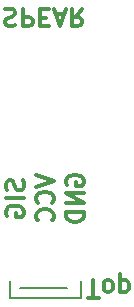
<source format=gbr>
G04 #@! TF.FileFunction,Legend,Bot*
%FSLAX46Y46*%
G04 Gerber Fmt 4.6, Leading zero omitted, Abs format (unit mm)*
G04 Created by KiCad (PCBNEW 4.0.7) date 07/03/18 20:11:16*
%MOMM*%
%LPD*%
G01*
G04 APERTURE LIST*
%ADD10C,0.100000*%
%ADD11C,0.300000*%
%ADD12C,0.200000*%
G04 APERTURE END LIST*
D10*
D11*
X131550000Y-89992857D02*
X131764286Y-89921429D01*
X132121429Y-89921429D01*
X132264286Y-89992857D01*
X132335715Y-90064286D01*
X132407143Y-90207143D01*
X132407143Y-90350000D01*
X132335715Y-90492857D01*
X132264286Y-90564286D01*
X132121429Y-90635714D01*
X131835715Y-90707143D01*
X131692857Y-90778571D01*
X131621429Y-90850000D01*
X131550000Y-90992857D01*
X131550000Y-91135714D01*
X131621429Y-91278571D01*
X131692857Y-91350000D01*
X131835715Y-91421429D01*
X132192857Y-91421429D01*
X132407143Y-91350000D01*
X133050000Y-89921429D02*
X133050000Y-91421429D01*
X133621428Y-91421429D01*
X133764286Y-91350000D01*
X133835714Y-91278571D01*
X133907143Y-91135714D01*
X133907143Y-90921429D01*
X133835714Y-90778571D01*
X133764286Y-90707143D01*
X133621428Y-90635714D01*
X133050000Y-90635714D01*
X134550000Y-90707143D02*
X135050000Y-90707143D01*
X135264286Y-89921429D02*
X134550000Y-89921429D01*
X134550000Y-91421429D01*
X135264286Y-91421429D01*
X135835714Y-90350000D02*
X136550000Y-90350000D01*
X135692857Y-89921429D02*
X136192857Y-91421429D01*
X136692857Y-89921429D01*
X138050000Y-89921429D02*
X137550000Y-90635714D01*
X137192857Y-89921429D02*
X137192857Y-91421429D01*
X137764285Y-91421429D01*
X137907143Y-91350000D01*
X137978571Y-91278571D01*
X138050000Y-91135714D01*
X138050000Y-90921429D01*
X137978571Y-90778571D01*
X137907143Y-90707143D01*
X137764285Y-90635714D01*
X137192857Y-90635714D01*
X138614286Y-114421429D02*
X139471429Y-114421429D01*
X139042858Y-112921429D02*
X139042858Y-114421429D01*
X140185715Y-112921429D02*
X140042857Y-112992857D01*
X139971429Y-113064286D01*
X139900000Y-113207143D01*
X139900000Y-113635714D01*
X139971429Y-113778571D01*
X140042857Y-113850000D01*
X140185715Y-113921429D01*
X140400000Y-113921429D01*
X140542857Y-113850000D01*
X140614286Y-113778571D01*
X140685715Y-113635714D01*
X140685715Y-113207143D01*
X140614286Y-113064286D01*
X140542857Y-112992857D01*
X140400000Y-112921429D01*
X140185715Y-112921429D01*
X141328572Y-113921429D02*
X141328572Y-112421429D01*
X141328572Y-113850000D02*
X141471429Y-113921429D01*
X141757143Y-113921429D01*
X141900000Y-113850000D01*
X141971429Y-113778571D01*
X142042858Y-113635714D01*
X142042858Y-113207143D01*
X141971429Y-113064286D01*
X141900000Y-112992857D01*
X141757143Y-112921429D01*
X141471429Y-112921429D01*
X141328572Y-112992857D01*
D12*
X132800000Y-113600000D02*
X136800000Y-113600000D01*
X132000000Y-113600000D02*
X132000000Y-113000000D01*
X138000000Y-114400000D02*
X138000000Y-113000000D01*
X132000000Y-114400000D02*
X138000000Y-114400000D01*
X132000000Y-113600000D02*
X132000000Y-114400000D01*
D11*
X133057143Y-104464286D02*
X133128571Y-104678572D01*
X133128571Y-105035715D01*
X133057143Y-105178572D01*
X132985714Y-105250001D01*
X132842857Y-105321429D01*
X132700000Y-105321429D01*
X132557143Y-105250001D01*
X132485714Y-105178572D01*
X132414286Y-105035715D01*
X132342857Y-104750001D01*
X132271429Y-104607143D01*
X132200000Y-104535715D01*
X132057143Y-104464286D01*
X131914286Y-104464286D01*
X131771429Y-104535715D01*
X131700000Y-104607143D01*
X131628571Y-104750001D01*
X131628571Y-105107143D01*
X131700000Y-105321429D01*
X133128571Y-105964286D02*
X131628571Y-105964286D01*
X131700000Y-107464286D02*
X131628571Y-107321429D01*
X131628571Y-107107143D01*
X131700000Y-106892858D01*
X131842857Y-106750000D01*
X131985714Y-106678572D01*
X132271429Y-106607143D01*
X132485714Y-106607143D01*
X132771429Y-106678572D01*
X132914286Y-106750000D01*
X133057143Y-106892858D01*
X133128571Y-107107143D01*
X133128571Y-107250000D01*
X133057143Y-107464286D01*
X132985714Y-107535715D01*
X132485714Y-107535715D01*
X132485714Y-107250000D01*
X134178571Y-104000000D02*
X135678571Y-104500000D01*
X134178571Y-105000000D01*
X135535714Y-106357143D02*
X135607143Y-106285714D01*
X135678571Y-106071428D01*
X135678571Y-105928571D01*
X135607143Y-105714286D01*
X135464286Y-105571428D01*
X135321429Y-105500000D01*
X135035714Y-105428571D01*
X134821429Y-105428571D01*
X134535714Y-105500000D01*
X134392857Y-105571428D01*
X134250000Y-105714286D01*
X134178571Y-105928571D01*
X134178571Y-106071428D01*
X134250000Y-106285714D01*
X134321429Y-106357143D01*
X135535714Y-107857143D02*
X135607143Y-107785714D01*
X135678571Y-107571428D01*
X135678571Y-107428571D01*
X135607143Y-107214286D01*
X135464286Y-107071428D01*
X135321429Y-107000000D01*
X135035714Y-106928571D01*
X134821429Y-106928571D01*
X134535714Y-107000000D01*
X134392857Y-107071428D01*
X134250000Y-107214286D01*
X134178571Y-107428571D01*
X134178571Y-107571428D01*
X134250000Y-107785714D01*
X134321429Y-107857143D01*
X136800000Y-104857143D02*
X136728571Y-104714286D01*
X136728571Y-104500000D01*
X136800000Y-104285715D01*
X136942857Y-104142857D01*
X137085714Y-104071429D01*
X137371429Y-104000000D01*
X137585714Y-104000000D01*
X137871429Y-104071429D01*
X138014286Y-104142857D01*
X138157143Y-104285715D01*
X138228571Y-104500000D01*
X138228571Y-104642857D01*
X138157143Y-104857143D01*
X138085714Y-104928572D01*
X137585714Y-104928572D01*
X137585714Y-104642857D01*
X138228571Y-105571429D02*
X136728571Y-105571429D01*
X138228571Y-106428572D01*
X136728571Y-106428572D01*
X138228571Y-107142858D02*
X136728571Y-107142858D01*
X136728571Y-107500001D01*
X136800000Y-107714286D01*
X136942857Y-107857144D01*
X137085714Y-107928572D01*
X137371429Y-108000001D01*
X137585714Y-108000001D01*
X137871429Y-107928572D01*
X138014286Y-107857144D01*
X138157143Y-107714286D01*
X138228571Y-107500001D01*
X138228571Y-107142858D01*
M02*

</source>
